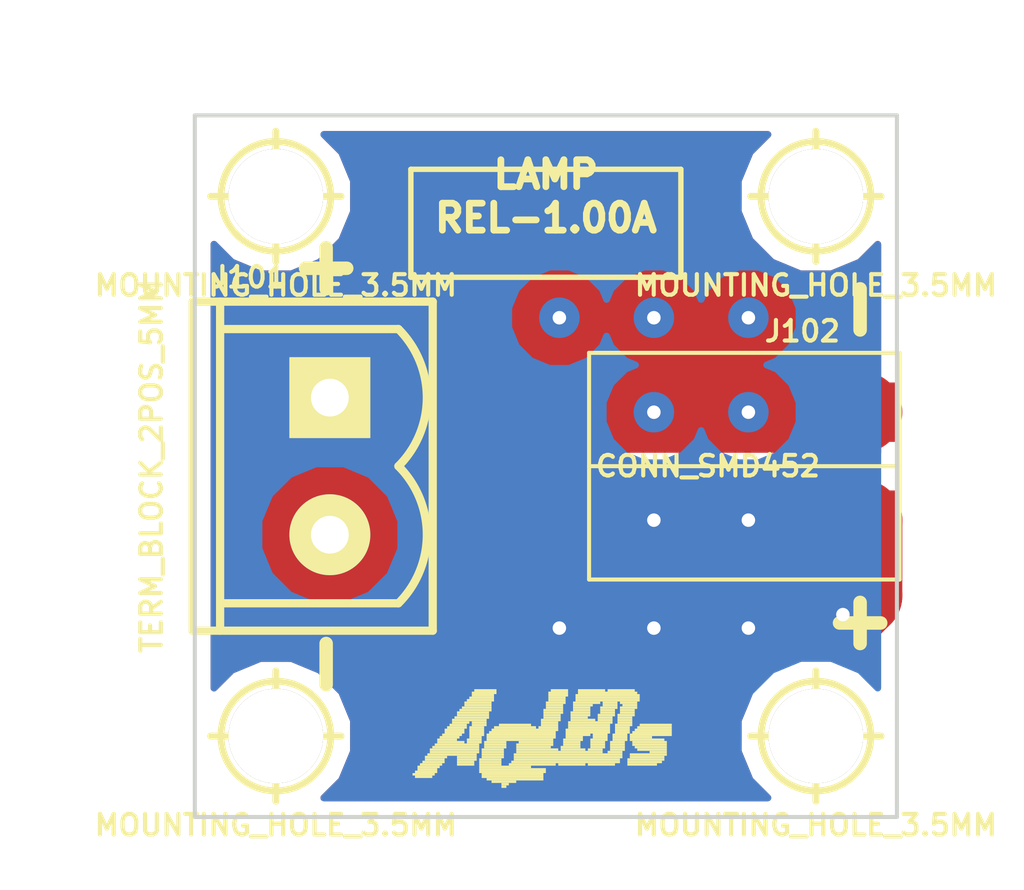
<source format=kicad_pcb>
(kicad_pcb (version 3) (host pcbnew "(2013-mar-13)-testing")

  (general
    (links 4)
    (no_connects 0)
    (area 143.924999 73.924999 170.075001 100.075001)
    (thickness 1.6)
    (drawings 23)
    (tracks 42)
    (zones 0)
    (modules 7)
    (nets 3)
  )

  (page A4)
  (title_block
    (title "LAMP  ::  power board")
    (rev REL-1.00A)
    (company "NBEE Embedded Systems SL")
    (comment 1 "Designed by: Tomé Veríssimo [tomeverissimo@nbee.es]")
    (comment 2 "Approved by: Miguel Angel Ajo Pelayo [+(34)911407752  ::  miguelangel@nbee.es]")
  )

  (layers
    (15 F.Cu signal)
    (0 B.Cu signal)
    (18 B.Paste user)
    (19 F.Paste user)
    (21 F.SilkS user)
    (22 B.Mask user)
    (23 F.Mask user)
    (24 Dwgs.User user)
    (28 Edge.Cuts user)
  )

  (setup
    (last_trace_width 2)
    (trace_clearance 1)
    (zone_clearance 0.508)
    (zone_45_only no)
    (trace_min 0.254)
    (segment_width 0.2)
    (edge_width 0.15)
    (via_size 1.5)
    (via_drill 0.5)
    (via_min_size 0.889)
    (via_min_drill 0.5)
    (uvia_size 0.508)
    (uvia_drill 0.127)
    (uvias_allowed no)
    (uvia_min_size 0.508)
    (uvia_min_drill 0.127)
    (pcb_text_width 0.3)
    (pcb_text_size 1 1)
    (mod_edge_width 0.15)
    (mod_text_size 0.762 0.762)
    (mod_text_width 0.1524)
    (pad_size 3 2.2)
    (pad_drill 0)
    (pad_to_mask_clearance 0)
    (aux_axis_origin 0 0)
    (visible_elements 7FFE7FFF)
    (pcbplotparams
      (layerselection 300711937)
      (usegerberextensions true)
      (excludeedgelayer false)
      (linewidth 0.150000)
      (plotframeref false)
      (viasonmask false)
      (mode 1)
      (useauxorigin false)
      (hpglpennumber 1)
      (hpglpenspeed 20)
      (hpglpendiameter 15)
      (hpglpenoverlay 2)
      (psnegative false)
      (psa4output false)
      (plotreference true)
      (plotvalue false)
      (plotothertext true)
      (plotinvisibletext false)
      (padsonsilk true)
      (subtractmaskfromsilk false)
      (outputformat 1)
      (mirror false)
      (drillshape 0)
      (scaleselection 1)
      (outputdirectory gerbers/))
  )

  (net 0 "")
  (net 1 +12V)
  (net 2 GND)

  (net_class Default "This is the default net class."
    (clearance 1)
    (trace_width 2)
    (via_dia 1.5)
    (via_drill 0.5)
    (uvia_dia 0.508)
    (uvia_drill 0.127)
    (add_net "")
    (add_net +12V)
    (add_net GND)
  )

  (module HOLE_PLATED_3.5MM (layer F.Cu) (tedit 5152084C) (tstamp 5152081E)
    (at 147 97)
    (descr "Hole 3.5mm")
    (path /514F51CA)
    (fp_text reference Z103 (at 0 0) (layer F.SilkS)
      (effects (font (size 0.762 0.762) (thickness 0.1524)))
    )
    (fp_text value MOUNTING_HOLE_3.5MM (at 0 3.302) (layer F.SilkS)
      (effects (font (size 0.762 0.762) (thickness 0.1524)))
    )
    (fp_line (start 0 -2.413) (end 0 2.413) (layer F.SilkS) (width 0.254))
    (fp_line (start -2.413 0) (end 2.413 0) (layer F.SilkS) (width 0.254))
    (fp_circle (center 0 0) (end 2.032 0) (layer F.SilkS) (width 0.254))
    (pad 1 thru_hole circle (at 0 0) (size 3.50012 3.50012) (drill 3.500119)
      (layers *.Cu F.SilkS)
    )
    (model ../models/HOLE_PLATED_3.5MM.wrl
      (at (xyz 0 0 0))
      (scale (xyz 1 1 1))
      (rotate (xyz 0 0 0))
    )
  )

  (module HOLE_PLATED_3.5MM (layer F.Cu) (tedit 5152084E) (tstamp 51520826)
    (at 167 97)
    (descr "Hole 3.5mm")
    (path /514F5243)
    (fp_text reference Z104 (at 0 0) (layer F.SilkS)
      (effects (font (size 0.762 0.762) (thickness 0.1524)))
    )
    (fp_text value MOUNTING_HOLE_3.5MM (at 0 3.302) (layer F.SilkS)
      (effects (font (size 0.762 0.762) (thickness 0.1524)))
    )
    (fp_line (start 0 -2.413) (end 0 2.413) (layer F.SilkS) (width 0.254))
    (fp_line (start -2.413 0) (end 2.413 0) (layer F.SilkS) (width 0.254))
    (fp_circle (center 0 0) (end 2.032 0) (layer F.SilkS) (width 0.254))
    (pad 1 thru_hole circle (at 0 0) (size 3.50012 3.50012) (drill 3.500119)
      (layers *.Cu F.SilkS)
    )
    (model ../models/HOLE_PLATED_3.5MM.wrl
      (at (xyz 0 0 0))
      (scale (xyz 1 1 1))
      (rotate (xyz 0 0 0))
    )
  )

  (module HOLE_PLATED_3.5MM (layer F.Cu) (tedit 51520853) (tstamp 5152082E)
    (at 147 77)
    (descr "Hole 3.5mm")
    (path /514F5260)
    (fp_text reference Z101 (at 0 0) (layer F.SilkS)
      (effects (font (size 0.762 0.762) (thickness 0.1524)))
    )
    (fp_text value MOUNTING_HOLE_3.5MM (at 0 3.302) (layer F.SilkS)
      (effects (font (size 0.762 0.762) (thickness 0.1524)))
    )
    (fp_line (start 0 -2.413) (end 0 2.413) (layer F.SilkS) (width 0.254))
    (fp_line (start -2.413 0) (end 2.413 0) (layer F.SilkS) (width 0.254))
    (fp_circle (center 0 0) (end 2.032 0) (layer F.SilkS) (width 0.254))
    (pad 1 thru_hole circle (at 0 0) (size 3.50012 3.50012) (drill 3.500119)
      (layers *.Cu F.SilkS)
    )
    (model ../models/HOLE_PLATED_3.5MM.wrl
      (at (xyz 0 0 0))
      (scale (xyz 1 1 1))
      (rotate (xyz 0 0 0))
    )
  )

  (module HOLE_PLATED_3.5MM (layer F.Cu) (tedit 51520851) (tstamp 51520836)
    (at 167 77)
    (descr "Hole 3.5mm")
    (path /514F526C)
    (fp_text reference Z102 (at 0 0) (layer F.SilkS)
      (effects (font (size 0.762 0.762) (thickness 0.1524)))
    )
    (fp_text value MOUNTING_HOLE_3.5MM (at 0 3.302) (layer F.SilkS)
      (effects (font (size 0.762 0.762) (thickness 0.1524)))
    )
    (fp_line (start 0 -2.413) (end 0 2.413) (layer F.SilkS) (width 0.254))
    (fp_line (start -2.413 0) (end 2.413 0) (layer F.SilkS) (width 0.254))
    (fp_circle (center 0 0) (end 2.032 0) (layer F.SilkS) (width 0.254))
    (pad 1 thru_hole circle (at 0 0) (size 3.50012 3.50012) (drill 3.500119)
      (layers *.Cu F.SilkS)
    )
    (model ../models/HOLE_PLATED_3.5MM.wrl
      (at (xyz 0 0 0))
      (scale (xyz 1 1 1))
      (rotate (xyz 0 0 0))
    )
  )

  (module CONN_PHOENIX_2,5/2-G-5,08 (layer F.Cu) (tedit 5153706A) (tstamp 51520845)
    (at 149 87 270)
    (descr "Terminal block 2 pins, Phoenix MSTBVA 2,5/2-G-5,08")
    (tags DEV)
    (path /514F50FF)
    (fp_text reference J101 (at -7 3 360) (layer F.SilkS)
      (effects (font (size 0.762 0.762) (thickness 0.1524)))
    )
    (fp_text value TERM_BLOCK_2POS_5MM (at 0 6.604 270) (layer F.SilkS)
      (effects (font (size 0.762 0.762) (thickness 0.1524)))
    )
    (fp_line (start -6.096 5.08) (end 6.096 5.08) (layer F.SilkS) (width 0.3048))
    (fp_line (start 6.096 4.064) (end -6.096 4.064) (layer F.SilkS) (width 0.3048))
    (fp_line (start -6.096 -3.81) (end 6.096 -3.81) (layer F.SilkS) (width 0.3048))
    (fp_line (start -6.096 -3.81) (end -6.096 5.08) (layer F.SilkS) (width 0.3048))
    (fp_line (start 6.096 5.08) (end 6.096 -3.81) (layer F.SilkS) (width 0.3048))
    (fp_arc (start -2.54 0) (end -5.08 -2.54) (angle 90) (layer F.SilkS) (width 0.3048))
    (fp_arc (start 2.54 0) (end 0 -2.54) (angle 90) (layer F.SilkS) (width 0.3048))
    (fp_line (start 5.08 -2.54) (end 5.08 4.064) (layer F.SilkS) (width 0.3048))
    (fp_line (start -5.08 -2.54) (end -5.08 4.064) (layer F.SilkS) (width 0.3048))
    (pad 1 thru_hole rect (at -2.54 0 270) (size 2.99974 2.99974) (drill 1.39954)
      (layers *.Cu *.Mask F.SilkS)
      (net 1 +12V)
    )
    (pad 2 thru_hole circle (at 2.54 0 270) (size 2.99974 2.99974) (drill 1.39954)
      (layers *.Cu *.Mask F.SilkS)
      (net 2 GND)
    )
    (model ../models/CONN_PHOENIX_2,5-2-G-5,08.wrl
      (at (xyz 0 0 0))
      (scale (xyz 1 1 1))
      (rotate (xyz 0 0 0))
    )
  )

  (module AQLEDS_LOGO (layer F.Cu) (tedit 515365AC) (tstamp 515304D9)
    (at 157 97)
    (path /515300AC)
    (attr virtual)
    (fp_text reference Z105 (at 0 0) (layer F.SilkS) hide
      (effects (font (thickness 0.3048)))
    )
    (fp_text value AQLEDS_LOGO (at 0 1.524) (layer F.SilkS) hide
      (effects (font (thickness 0.3048)))
    )
    (pad "" connect rect (at -2.24028 -1.69164) (size 0.82296 0.09144)
      (layers F.SilkS)
      (clearance 0.0254)
    )
    (pad "" connect rect (at 0.50292 -1.69164) (size 0.64008 0.09144)
      (layers F.SilkS)
      (clearance 0.0254)
    )
    (pad "" connect rect (at 1.69164 -1.69164) (size 1.00584 0.09144)
      (layers F.SilkS)
      (clearance 0.0254)
    )
    (pad "" connect rect (at 2.78892 -1.69164) (size 1.00584 0.09144)
      (layers F.SilkS)
      (clearance 0.0254)
    )
    (pad "" connect rect (at -2.286 -1.6002) (size 0.9144 0.09144)
      (layers F.SilkS)
      (clearance 0.0254)
    )
    (pad "" connect rect (at 0.4572 -1.6002) (size 0.73152 0.09144)
      (layers F.SilkS)
      (clearance 0.0254)
    )
    (pad "" connect rect (at 2.286 -1.6002) (size 2.19456 0.09144)
      (layers F.SilkS)
      (clearance 0.0254)
    )
    (pad "" connect rect (at -2.33172 -1.50876) (size 0.82296 0.09144)
      (layers F.SilkS)
      (clearance 0.0254)
    )
    (pad "" connect rect (at 0.4572 -1.50876) (size 0.73152 0.09144)
      (layers F.SilkS)
      (clearance 0.0254)
    )
    (pad "" connect rect (at 2.286 -1.50876) (size 2.37744 0.09144)
      (layers F.SilkS)
      (clearance 0.0254)
    )
    (pad "" connect rect (at -2.37744 -1.41732) (size 0.9144 0.09144)
      (layers F.SilkS)
      (clearance 0.0254)
    )
    (pad "" connect rect (at 0.41148 -1.41732) (size 0.64008 0.09144)
      (layers F.SilkS)
      (clearance 0.0254)
    )
    (pad "" connect rect (at 2.286 -1.41732) (size 2.37744 0.09144)
      (layers F.SilkS)
      (clearance 0.0254)
    )
    (pad "" connect rect (at -2.42316 -1.32588) (size 1.00584 0.09144)
      (layers F.SilkS)
      (clearance 0.0254)
    )
    (pad "" connect rect (at 0.41148 -1.32588) (size 0.64008 0.09144)
      (layers F.SilkS)
      (clearance 0.0254)
    )
    (pad "" connect rect (at 2.286 -1.32588) (size 2.37744 0.09144)
      (layers F.SilkS)
      (clearance 0.0254)
    )
    (pad "" connect rect (at -2.5146 -1.23444) (size 1.00584 0.09144)
      (layers F.SilkS)
      (clearance 0.0254)
    )
    (pad "" connect rect (at 0.36576 -1.23444) (size 0.73152 0.09144)
      (layers F.SilkS)
      (clearance 0.0254)
    )
    (pad "" connect rect (at 1.50876 -1.23444) (size 1.00584 0.09144)
      (layers F.SilkS)
      (clearance 0.0254)
    )
    (pad "" connect rect (at 2.37744 -1.23444) (size 0.54864 0.09144)
      (layers F.SilkS)
      (clearance 0.0254)
    )
    (pad "" connect rect (at 3.06324 -1.23444) (size 0.64008 0.09144)
      (layers F.SilkS)
      (clearance 0.0254)
    )
    (pad "" connect rect (at -2.5146 -1.143) (size 1.00584 0.09144)
      (layers F.SilkS)
      (clearance 0.0254)
    )
    (pad "" connect rect (at 0.32004 -1.143) (size 0.64008 0.09144)
      (layers F.SilkS)
      (clearance 0.0254)
    )
    (pad "" connect rect (at 1.3716 -1.143) (size 0.73152 0.09144)
      (layers F.SilkS)
      (clearance 0.0254)
    )
    (pad "" connect rect (at 2.37744 -1.143) (size 0.54864 0.09144)
      (layers F.SilkS)
      (clearance 0.0254)
    )
    (pad "" connect rect (at 3.10896 -1.143) (size 0.54864 0.09144)
      (layers F.SilkS)
      (clearance 0.0254)
    )
    (pad "" connect rect (at -2.56032 -1.05156) (size 1.09728 0.09144)
      (layers F.SilkS)
      (clearance 0.0254)
    )
    (pad "" connect rect (at 0.32004 -1.05156) (size 0.64008 0.09144)
      (layers F.SilkS)
      (clearance 0.0254)
    )
    (pad "" connect rect (at 1.32588 -1.05156) (size 0.64008 0.09144)
      (layers F.SilkS)
      (clearance 0.0254)
    )
    (pad "" connect rect (at 2.33172 -1.05156) (size 0.64008 0.09144)
      (layers F.SilkS)
      (clearance 0.0254)
    )
    (pad "" connect rect (at 3.06324 -1.05156) (size 0.64008 0.09144)
      (layers F.SilkS)
      (clearance 0.0254)
    )
    (pad "" connect rect (at -2.60604 -0.96012) (size 1.18872 0.09144)
      (layers F.SilkS)
      (clearance 0.0254)
    )
    (pad "" connect rect (at 0.27432 -0.96012) (size 0.73152 0.09144)
      (layers F.SilkS)
      (clearance 0.0254)
    )
    (pad "" connect rect (at 1.32588 -0.96012) (size 0.64008 0.09144)
      (layers F.SilkS)
      (clearance 0.0254)
    )
    (pad "" connect rect (at 2.286 -0.96012) (size 0.54864 0.09144)
      (layers F.SilkS)
      (clearance 0.0254)
    )
    (pad "" connect rect (at 3.01752 -0.96012) (size 0.54864 0.09144)
      (layers F.SilkS)
      (clearance 0.0254)
    )
    (pad "" connect rect (at -2.69748 -0.86868) (size 1.18872 0.09144)
      (layers F.SilkS)
      (clearance 0.0254)
    )
    (pad "" connect rect (at 0.27432 -0.86868) (size 0.73152 0.09144)
      (layers F.SilkS)
      (clearance 0.0254)
    )
    (pad "" connect rect (at 1.28016 -0.86868) (size 0.73152 0.09144)
      (layers F.SilkS)
      (clearance 0.0254)
    )
    (pad "" connect rect (at 2.286 -0.86868) (size 0.54864 0.09144)
      (layers F.SilkS)
      (clearance 0.0254)
    )
    (pad "" connect rect (at 3.01752 -0.86868) (size 0.54864 0.09144)
      (layers F.SilkS)
      (clearance 0.0254)
    )
    (pad "" connect rect (at -2.69748 -0.77724) (size 1.18872 0.09144)
      (layers F.SilkS)
      (clearance 0.0254)
    )
    (pad "" connect rect (at 0.2286 -0.77724) (size 0.64008 0.09144)
      (layers F.SilkS)
      (clearance 0.0254)
    )
    (pad "" connect rect (at 1.28016 -0.77724) (size 0.73152 0.09144)
      (layers F.SilkS)
      (clearance 0.0254)
    )
    (pad "" connect rect (at 2.24028 -0.77724) (size 0.64008 0.09144)
      (layers F.SilkS)
      (clearance 0.0254)
    )
    (pad "" connect rect (at 2.9718 -0.77724) (size 0.64008 0.09144)
      (layers F.SilkS)
      (clearance 0.0254)
    )
    (pad "" connect rect (at -2.7432 -0.6858) (size 1.28016 0.09144)
      (layers F.SilkS)
      (clearance 0.0254)
    )
    (pad "" connect rect (at 0.2286 -0.6858) (size 0.64008 0.09144)
      (layers F.SilkS)
      (clearance 0.0254)
    )
    (pad "" connect rect (at 1.23444 -0.6858) (size 0.64008 0.09144)
      (layers F.SilkS)
      (clearance 0.0254)
    )
    (pad "" connect rect (at 2.19456 -0.6858) (size 0.54864 0.09144)
      (layers F.SilkS)
      (clearance 0.0254)
    )
    (pad "" connect rect (at 2.92608 -0.6858) (size 0.54864 0.09144)
      (layers F.SilkS)
      (clearance 0.0254)
    )
    (pad "" connect rect (at -2.83464 -0.59436) (size 1.28016 0.09144)
      (layers F.SilkS)
      (clearance 0.0254)
    )
    (pad "" connect rect (at 0.18288 -0.59436) (size 0.73152 0.09144)
      (layers F.SilkS)
      (clearance 0.0254)
    )
    (pad "" connect rect (at 1.3716 -0.59436) (size 0.9144 0.09144)
      (layers F.SilkS)
      (clearance 0.0254)
    )
    (pad "" connect rect (at 2.19456 -0.59436) (size 0.54864 0.09144)
      (layers F.SilkS)
      (clearance 0.0254)
    )
    (pad "" connect rect (at 2.92608 -0.59436) (size 0.54864 0.09144)
      (layers F.SilkS)
      (clearance 0.0254)
    )
    (pad "" connect rect (at -3.15468 -0.50292) (size 0.64008 0.09144)
      (layers F.SilkS)
      (clearance 0.0254)
    )
    (pad "" connect rect (at -2.46888 -0.50292) (size 0.54864 0.09144)
      (layers F.SilkS)
      (clearance 0.0254)
    )
    (pad "" connect rect (at 0.13716 -0.50292) (size 0.64008 0.09144)
      (layers F.SilkS)
      (clearance 0.0254)
    )
    (pad "" connect rect (at 1.64592 -0.50292) (size 1.64592 0.09144)
      (layers F.SilkS)
      (clearance 0.0254)
    )
    (pad "" connect rect (at 2.92608 -0.50292) (size 0.54864 0.09144)
      (layers F.SilkS)
      (clearance 0.0254)
    )
    (pad "" connect rect (at -3.24612 -0.41148) (size 0.64008 0.09144)
      (layers F.SilkS)
      (clearance 0.0254)
    )
    (pad "" connect rect (at -2.46888 -0.41148) (size 0.54864 0.09144)
      (layers F.SilkS)
      (clearance 0.0254)
    )
    (pad "" connect rect (at -1.143 -0.41148) (size 1.18872 0.09144)
      (layers F.SilkS)
      (clearance 0.0254)
    )
    (pad "" connect rect (at 0.13716 -0.41148) (size 0.64008 0.09144)
      (layers F.SilkS)
      (clearance 0.0254)
    )
    (pad "" connect rect (at 1.6002 -0.41148) (size 1.55448 0.09144)
      (layers F.SilkS)
      (clearance 0.0254)
    )
    (pad "" connect rect (at 2.88036 -0.41148) (size 0.64008 0.09144)
      (layers F.SilkS)
      (clearance 0.0254)
    )
    (pad "" connect rect (at 4.06908 -0.41148) (size 1.18872 0.09144)
      (layers F.SilkS)
      (clearance 0.0254)
    )
    (pad "" connect rect (at -3.29184 -0.32004) (size 0.73152 0.09144)
      (layers F.SilkS)
      (clearance 0.0254)
    )
    (pad "" connect rect (at -2.56032 -0.32004) (size 0.54864 0.09144)
      (layers F.SilkS)
      (clearance 0.0254)
    )
    (pad "" connect rect (at -1.143 -0.32004) (size 1.55448 0.09144)
      (layers F.SilkS)
      (clearance 0.0254)
    )
    (pad "" connect rect (at 0.09144 -0.32004) (size 0.73152 0.09144)
      (layers F.SilkS)
      (clearance 0.0254)
    )
    (pad "" connect rect (at 1.6002 -0.32004) (size 1.55448 0.09144)
      (layers F.SilkS)
      (clearance 0.0254)
    )
    (pad "" connect rect (at 2.83464 -0.32004) (size 0.54864 0.09144)
      (layers F.SilkS)
      (clearance 0.0254)
    )
    (pad "" connect rect (at 4.02336 -0.32004) (size 1.28016 0.09144)
      (layers F.SilkS)
      (clearance 0.0254)
    )
    (pad "" connect rect (at -3.38328 -0.2286) (size 0.73152 0.09144)
      (layers F.SilkS)
      (clearance 0.0254)
    )
    (pad "" connect rect (at -2.56032 -0.2286) (size 0.54864 0.09144)
      (layers F.SilkS)
      (clearance 0.0254)
    )
    (pad "" connect rect (at -0.77724 -0.2286) (size 2.46888 0.09144)
      (layers F.SilkS)
      (clearance 0.0254)
    )
    (pad "" connect rect (at 1.55448 -0.2286) (size 1.64592 0.09144)
      (layers F.SilkS)
      (clearance 0.0254)
    )
    (pad "" connect rect (at 2.83464 -0.2286) (size 0.54864 0.09144)
      (layers F.SilkS)
      (clearance 0.0254)
    )
    (pad "" connect rect (at 3.97764 -0.2286) (size 1.3716 0.09144)
      (layers F.SilkS)
      (clearance 0.0254)
    )
    (pad "" connect rect (at -3.38328 -0.13716) (size 0.73152 0.09144)
      (layers F.SilkS)
      (clearance 0.0254)
    )
    (pad "" connect rect (at -2.56032 -0.13716) (size 0.54864 0.09144)
      (layers F.SilkS)
      (clearance 0.0254)
    )
    (pad "" connect rect (at -0.86868 -0.13716) (size 2.46888 0.09144)
      (layers F.SilkS)
      (clearance 0.0254)
    )
    (pad "" connect rect (at 1.55448 -0.13716) (size 1.64592 0.09144)
      (layers F.SilkS)
      (clearance 0.0254)
    )
    (pad "" connect rect (at 2.83464 -0.13716) (size 0.54864 0.09144)
      (layers F.SilkS)
      (clearance 0.0254)
    )
    (pad "" connect rect (at 3.93192 -0.13716) (size 1.46304 0.09144)
      (layers F.SilkS)
      (clearance 0.0254)
    )
    (pad "" connect rect (at -3.47472 -0.04572) (size 0.73152 0.09144)
      (layers F.SilkS)
      (clearance 0.0254)
    )
    (pad "" connect rect (at -2.56032 -0.04572) (size 0.54864 0.09144)
      (layers F.SilkS)
      (clearance 0.0254)
    )
    (pad "" connect rect (at -0.9144 -0.04572) (size 2.56032 0.09144)
      (layers F.SilkS)
      (clearance 0.0254)
    )
    (pad "" connect rect (at 1.18872 -0.04572) (size 0.9144 0.09144)
      (layers F.SilkS)
      (clearance 0.0254)
    )
    (pad "" connect rect (at 2.01168 -0.04572) (size 0.54864 0.09144)
      (layers F.SilkS)
      (clearance 0.0254)
    )
    (pad "" connect rect (at 2.7432 -0.04572) (size 0.54864 0.09144)
      (layers F.SilkS)
      (clearance 0.0254)
    )
    (pad "" connect rect (at 3.8862 -0.04572) (size 1.55448 0.09144)
      (layers F.SilkS)
      (clearance 0.0254)
    )
    (pad "" connect rect (at -3.56616 0.04572) (size 0.73152 0.09144)
      (layers F.SilkS)
      (clearance 0.0254)
    )
    (pad "" connect rect (at -2.60604 0.04572) (size 0.4572 0.09144)
      (layers F.SilkS)
      (clearance 0.0254)
    )
    (pad "" connect rect (at -0.9144 0.04572) (size 2.56032 0.09144)
      (layers F.SilkS)
      (clearance 0.0254)
    )
    (pad "" connect rect (at 1.05156 0.04572) (size 0.64008 0.09144)
      (layers F.SilkS)
      (clearance 0.0254)
    )
    (pad "" connect rect (at 2.01168 0.04572) (size 0.54864 0.09144)
      (layers F.SilkS)
      (clearance 0.0254)
    )
    (pad "" connect rect (at 2.7432 0.04572) (size 0.54864 0.09144)
      (layers F.SilkS)
      (clearance 0.0254)
    )
    (pad "" connect rect (at 3.52044 0.04572) (size 0.82296 0.09144)
      (layers F.SilkS)
      (clearance 0.0254)
    )
    (pad "" connect rect (at -3.6576 0.13716) (size 0.73152 0.09144)
      (layers F.SilkS)
      (clearance 0.0254)
    )
    (pad "" connect rect (at -2.65176 0.13716) (size 0.54864 0.09144)
      (layers F.SilkS)
      (clearance 0.0254)
    )
    (pad "" connect rect (at -0.96012 0.13716) (size 2.46888 0.09144)
      (layers F.SilkS)
      (clearance 0.0254)
    )
    (pad "" connect rect (at 1.00584 0.13716) (size 0.73152 0.09144)
      (layers F.SilkS)
      (clearance 0.0254)
    )
    (pad "" connect rect (at 1.96596 0.13716) (size 0.64008 0.09144)
      (layers F.SilkS)
      (clearance 0.0254)
    )
    (pad "" connect rect (at 2.7432 0.13716) (size 0.54864 0.09144)
      (layers F.SilkS)
      (clearance 0.0254)
    )
    (pad "" connect rect (at 3.74904 0.13716) (size 1.28016 0.09144)
      (layers F.SilkS)
      (clearance 0.0254)
    )
    (pad "" connect rect (at -3.52044 0.2286) (size 1.00584 0.09144)
      (layers F.SilkS)
      (clearance 0.0254)
    )
    (pad "" connect rect (at -2.65176 0.2286) (size 0.54864 0.09144)
      (layers F.SilkS)
      (clearance 0.0254)
    )
    (pad "" connect rect (at -1.87452 0.2286) (size 0.82296 0.09144)
      (layers F.SilkS)
      (clearance 0.0254)
    )
    (pad "" connect rect (at -0.36576 0.2286) (size 1.28016 0.09144)
      (layers F.SilkS)
      (clearance 0.0254)
    )
    (pad "" connect rect (at 0.96012 0.2286) (size 0.64008 0.09144)
      (layers F.SilkS)
      (clearance 0.0254)
    )
    (pad "" connect rect (at 1.92024 0.2286) (size 0.54864 0.09144)
      (layers F.SilkS)
      (clearance 0.0254)
    )
    (pad "" connect rect (at 2.65176 0.2286) (size 0.54864 0.09144)
      (layers F.SilkS)
      (clearance 0.0254)
    )
    (pad "" connect rect (at 3.84048 0.2286) (size 1.28016 0.09144)
      (layers F.SilkS)
      (clearance 0.0254)
    )
    (pad "" connect rect (at -3.29184 0.32004) (size 1.64592 0.09144)
      (layers F.SilkS)
      (clearance 0.0254)
    )
    (pad "" connect rect (at -1.87452 0.32004) (size 0.82296 0.09144)
      (layers F.SilkS)
      (clearance 0.0254)
    )
    (pad "" connect rect (at -0.41148 0.32004) (size 1.3716 0.09144)
      (layers F.SilkS)
      (clearance 0.0254)
    )
    (pad "" connect rect (at 0.96012 0.32004) (size 0.64008 0.09144)
      (layers F.SilkS)
      (clearance 0.0254)
    )
    (pad "" connect rect (at 1.92024 0.32004) (size 0.54864 0.09144)
      (layers F.SilkS)
      (clearance 0.0254)
    )
    (pad "" connect rect (at 2.65176 0.32004) (size 0.54864 0.09144)
      (layers F.SilkS)
      (clearance 0.0254)
    )
    (pad "" connect rect (at 3.84048 0.32004) (size 1.28016 0.09144)
      (layers F.SilkS)
      (clearance 0.0254)
    )
    (pad "" connect rect (at -3.33756 0.41148) (size 1.73736 0.09144)
      (layers F.SilkS)
      (clearance 0.0254)
    )
    (pad "" connect rect (at -1.87452 0.41148) (size 0.82296 0.09144)
      (layers F.SilkS)
      (clearance 0.0254)
    )
    (pad "" connect rect (at -0.4572 0.41148) (size 1.28016 0.09144)
      (layers F.SilkS)
      (clearance 0.0254)
    )
    (pad "" connect rect (at 0.9144 0.41148) (size 0.73152 0.09144)
      (layers F.SilkS)
      (clearance 0.0254)
    )
    (pad "" connect rect (at 1.92024 0.41148) (size 0.54864 0.09144)
      (layers F.SilkS)
      (clearance 0.0254)
    )
    (pad "" connect rect (at 2.65176 0.41148) (size 0.54864 0.09144)
      (layers F.SilkS)
      (clearance 0.0254)
    )
    (pad "" connect rect (at 3.8862 0.41148) (size 1.18872 0.09144)
      (layers F.SilkS)
      (clearance 0.0254)
    )
    (pad "" connect rect (at -3.38328 0.50292) (size 1.8288 0.09144)
      (layers F.SilkS)
      (clearance 0.0254)
    )
    (pad "" connect rect (at -1.96596 0.50292) (size 0.82296 0.09144)
      (layers F.SilkS)
      (clearance 0.0254)
    )
    (pad "" connect rect (at -0.32004 0.50292) (size 1.55448 0.09144)
      (layers F.SilkS)
      (clearance 0.0254)
    )
    (pad "" connect rect (at 1.00584 0.50292) (size 0.9144 0.09144)
      (layers F.SilkS)
      (clearance 0.0254)
    )
    (pad "" connect rect (at 1.8288 0.50292) (size 0.54864 0.09144)
      (layers F.SilkS)
      (clearance 0.0254)
    )
    (pad "" connect rect (at 2.65176 0.50292) (size 0.54864 0.09144)
      (layers F.SilkS)
      (clearance 0.0254)
    )
    (pad "" connect rect (at 3.93192 0.50292) (size 1.09728 0.09144)
      (layers F.SilkS)
      (clearance 0.0254)
    )
    (pad "" connect rect (at -3.38328 0.59436) (size 1.8288 0.09144)
      (layers F.SilkS)
      (clearance 0.0254)
    )
    (pad "" connect rect (at -1.96596 0.59436) (size 0.82296 0.09144)
      (layers F.SilkS)
      (clearance 0.0254)
    )
    (pad "" connect rect (at 0.50292 0.59436) (size 3.2004 0.09144)
      (layers F.SilkS)
      (clearance 0.0254)
    )
    (pad "" connect rect (at 2.56032 0.59436) (size 0.54864 0.09144)
      (layers F.SilkS)
      (clearance 0.0254)
    )
    (pad "" connect rect (at 4.16052 0.59436) (size 0.64008 0.09144)
      (layers F.SilkS)
      (clearance 0.0254)
    )
    (pad "" connect rect (at -3.47472 0.6858) (size 1.8288 0.09144)
      (layers F.SilkS)
      (clearance 0.0254)
    )
    (pad "" connect rect (at -1.96596 0.6858) (size 0.82296 0.09144)
      (layers F.SilkS)
      (clearance 0.0254)
    )
    (pad "" connect rect (at 0.82296 0.6858) (size 4.02336 0.09144)
      (layers F.SilkS)
      (clearance 0.0254)
    )
    (pad "" connect rect (at 3.79476 0.6858) (size 1.3716 0.09144)
      (layers F.SilkS)
      (clearance 0.0254)
    )
    (pad "" connect rect (at -4.06908 0.77724) (size 0.82296 0.09144)
      (layers F.SilkS)
      (clearance 0.0254)
    )
    (pad "" connect rect (at -2.92608 0.77724) (size 0.73152 0.09144)
      (layers F.SilkS)
      (clearance 0.0254)
    )
    (pad "" connect rect (at -1.96596 0.77724) (size 0.82296 0.09144)
      (layers F.SilkS)
      (clearance 0.0254)
    )
    (pad "" connect rect (at 0.82296 0.77724) (size 4.02336 0.09144)
      (layers F.SilkS)
      (clearance 0.0254)
    )
    (pad "" connect rect (at 3.74904 0.77724) (size 1.28016 0.09144)
      (layers F.SilkS)
      (clearance 0.0254)
    )
    (pad "" connect rect (at -4.1148 0.86868) (size 0.73152 0.09144)
      (layers F.SilkS)
      (clearance 0.0254)
    )
    (pad "" connect rect (at -2.92608 0.86868) (size 0.73152 0.09144)
      (layers F.SilkS)
      (clearance 0.0254)
    )
    (pad "" connect rect (at -2.0574 0.86868) (size 0.82296 0.09144)
      (layers F.SilkS)
      (clearance 0.0254)
    )
    (pad "" connect rect (at 0.77724 0.86868) (size 3.93192 0.09144)
      (layers F.SilkS)
      (clearance 0.0254)
    )
    (pad "" connect rect (at 3.70332 0.86868) (size 1.3716 0.09144)
      (layers F.SilkS)
      (clearance 0.0254)
    )
    (pad "" connect rect (at -4.16052 0.96012) (size 0.82296 0.09144)
      (layers F.SilkS)
      (clearance 0.0254)
    )
    (pad "" connect rect (at -2.9718 0.96012) (size 0.64008 0.09144)
      (layers F.SilkS)
      (clearance 0.0254)
    )
    (pad "" connect rect (at -2.0574 0.96012) (size 0.82296 0.09144)
      (layers F.SilkS)
      (clearance 0.0254)
    )
    (pad "" connect rect (at 0.73152 0.96012) (size 4.02336 0.09144)
      (layers F.SilkS)
      (clearance 0.0254)
    )
    (pad "" connect rect (at 3.6576 0.96012) (size 1.28016 0.09144)
      (layers F.SilkS)
      (clearance 0.0254)
    )
    (pad "" connect rect (at -4.25196 1.05156) (size 0.82296 0.09144)
      (layers F.SilkS)
      (clearance 0.0254)
    )
    (pad "" connect rect (at -2.9718 1.05156) (size 0.64008 0.09144)
      (layers F.SilkS)
      (clearance 0.0254)
    )
    (pad "" connect rect (at -2.0574 1.05156) (size 0.82296 0.09144)
      (layers F.SilkS)
      (clearance 0.0254)
    )
    (pad "" connect rect (at -0.50292 1.05156) (size 1.73736 0.09144)
      (layers F.SilkS)
      (clearance 0.0254)
    )
    (pad "" connect rect (at 0.96012 1.05156) (size 1.00584 0.09144)
      (layers F.SilkS)
      (clearance 0.0254)
    )
    (pad "" connect rect (at 2.0574 1.05156) (size 1.00584 0.09144)
      (layers F.SilkS)
      (clearance 0.0254)
    )
    (pad "" connect rect (at 3.56616 1.05156) (size 1.09728 0.09144)
      (layers F.SilkS)
      (clearance 0.0254)
    )
    (pad "" connect rect (at -4.3434 1.143) (size 0.82296 0.09144)
      (layers F.SilkS)
      (clearance 0.0254)
    )
    (pad "" connect rect (at -1.50876 1.143) (size 1.92024 0.09144)
      (layers F.SilkS)
      (clearance 0.0254)
    )
    (pad "" connect rect (at -4.38912 1.23444) (size 0.73152 0.09144)
      (layers F.SilkS)
      (clearance 0.0254)
    )
    (pad "" connect rect (at -1.23444 1.23444) (size 2.46888 0.09144)
      (layers F.SilkS)
      (clearance 0.0254)
    )
    (pad "" connect rect (at -4.43484 1.32588) (size 0.82296 0.09144)
      (layers F.SilkS)
      (clearance 0.0254)
    )
    (pad "" connect rect (at -1.23444 1.32588) (size 2.46888 0.09144)
      (layers F.SilkS)
      (clearance 0.0254)
    )
    (pad "" connect rect (at -4.52628 1.41732) (size 0.82296 0.09144)
      (layers F.SilkS)
      (clearance 0.0254)
    )
    (pad "" connect rect (at -1.23444 1.41732) (size 2.286 0.09144)
      (layers F.SilkS)
      (clearance 0.0254)
    )
    (pad "" connect rect (at -4.52628 1.50876) (size 0.64008 0.09144)
      (layers F.SilkS)
      (clearance 0.0254)
    )
    (pad "" connect rect (at -1.23444 1.50876) (size 2.286 0.09144)
      (layers F.SilkS)
      (clearance 0.0254)
    )
    (pad "" connect rect (at -1.143 1.6002) (size 2.10312 0.09144)
      (layers F.SilkS)
      (clearance 0.0254)
    )
    (pad "" connect rect (at -1.55448 1.69164) (size 0.9144 0.09144)
      (layers F.SilkS)
      (clearance 0.0254)
    )
    (pad "" connect rect (at -1.50876 1.78308) (size 0.27432 0.09144)
      (layers F.SilkS)
      (clearance 0.0254)
    )
    (pad "" connect rect (at -1.55448 1.87452) (size 0.18288 0.09144)
      (layers F.SilkS)
      (clearance 0.0254)
    )
  )

  (module SMD452 (layer F.Cu) (tedit 51AF0136) (tstamp 5153041F)
    (at 163 87 180)
    (descr "Terminal block 2 pins, Phoenix MSTBVA 2,5/2-G-5,08")
    (tags DEV)
    (path /51530111)
    (solder_paste_margin -0.2)
    (fp_text reference J102 (at -3.5 5 180) (layer F.SilkS)
      (effects (font (size 0.762 0.762) (thickness 0.1524)))
    )
    (fp_text value CONN_SMD452 (at 0 0 180) (layer F.SilkS)
      (effects (font (size 0.762 0.762) (thickness 0.1524)))
    )
    (fp_line (start -7.1 0) (end 4.4 0) (layer F.SilkS) (width 0.15))
    (fp_line (start -7.1 4.2) (end 4.4 4.2) (layer F.SilkS) (width 0.15))
    (fp_line (start 4.4 4.2) (end 4.4 -4.2) (layer F.SilkS) (width 0.15))
    (fp_line (start 4.4 -4.2) (end -7.1 -4.2) (layer F.SilkS) (width 0.15))
    (fp_line (start -7.1 -4.2) (end -7.1 4.2) (layer F.SilkS) (width 0.15))
    (pad 3 smd rect (at -5.7 -2 180) (size 2.6 2.2)
      (layers F.Cu F.Paste F.Mask)
      (net 1 +12V)
    )
    (pad 4 smd rect (at -5.7 2 180) (size 2.6 2.2)
      (layers F.Cu F.Paste F.Mask)
      (net 2 GND)
    )
    (pad 1 smd rect (at 5.5 -2 180) (size 3 2.2)
      (layers F.Cu F.Paste F.Mask)
      (net 1 +12V)
    )
    (pad 2 smd rect (at 5.5 2 180) (size 3 2.2)
      (layers F.Cu F.Paste F.Mask)
      (net 2 GND)
    )
  )

  (gr_text "+        -" (at 149 87 270) (layer F.SilkS)
    (effects (font (size 2 2) (thickness 0.5)))
  )
  (gr_circle (center 147 97) (end 147 95) (layer Dwgs.User) (width 0.2))
  (gr_circle (center 167 97) (end 167 95) (layer Dwgs.User) (width 0.2))
  (gr_circle (center 167 77) (end 167 75) (layer Dwgs.User) (width 0.2))
  (gr_circle (center 147 77) (end 147 75) (layer Dwgs.User) (width 0.2))
  (gr_line (start 170 74) (end 144 74) (angle 90) (layer Dwgs.User) (width 0.2))
  (gr_line (start 170 100) (end 170 74) (angle 90) (layer Dwgs.User) (width 0.2))
  (gr_line (start 144 100) (end 170 100) (angle 90) (layer Dwgs.User) (width 0.2))
  (gr_line (start 144 74) (end 144 100) (angle 90) (layer Dwgs.User) (width 0.2))
  (dimension 20 (width 0.25) (layer Dwgs.User)
    (gr_text "20.000 mm" (at 157 71.000001) (layer Dwgs.User)
      (effects (font (size 1 1) (thickness 0.25)))
    )
    (feature1 (pts (xy 167 77) (xy 167 70.000001)))
    (feature2 (pts (xy 147 77) (xy 147 70.000001)))
    (crossbar (pts (xy 147 72.000001) (xy 167 72.000001)))
    (arrow1a (pts (xy 167 72.000001) (xy 165.873497 72.586421)))
    (arrow1b (pts (xy 167 72.000001) (xy 165.873497 71.413581)))
    (arrow2a (pts (xy 147 72.000001) (xy 148.126503 72.586421)))
    (arrow2b (pts (xy 147 72.000001) (xy 148.126503 71.413581)))
  )
  (dimension 20 (width 0.25) (layer Dwgs.User)
    (gr_text "20.000 mm" (at 172.999999 87 270) (layer Dwgs.User)
      (effects (font (size 1 1) (thickness 0.25)))
    )
    (feature1 (pts (xy 167 97) (xy 173.999999 97)))
    (feature2 (pts (xy 167 77) (xy 173.999999 77)))
    (crossbar (pts (xy 171.999999 77) (xy 171.999999 97)))
    (arrow1a (pts (xy 171.999999 97) (xy 171.413579 95.873497)))
    (arrow1b (pts (xy 171.999999 97) (xy 172.586419 95.873497)))
    (arrow2a (pts (xy 171.999999 77) (xy 171.413579 78.126503)))
    (arrow2b (pts (xy 171.999999 77) (xy 172.586419 78.126503)))
  )
  (dimension 26 (width 0.25) (layer Dwgs.User)
    (gr_text "26.000 mm" (at 157 102.999999) (layer Dwgs.User)
      (effects (font (size 1 1) (thickness 0.25)))
    )
    (feature1 (pts (xy 170 100) (xy 170 103.999999)))
    (feature2 (pts (xy 144 100) (xy 144 103.999999)))
    (crossbar (pts (xy 144 101.999999) (xy 170 101.999999)))
    (arrow1a (pts (xy 170 101.999999) (xy 168.873497 102.586419)))
    (arrow1b (pts (xy 170 101.999999) (xy 168.873497 101.413579)))
    (arrow2a (pts (xy 144 101.999999) (xy 145.126503 102.586419)))
    (arrow2b (pts (xy 144 101.999999) (xy 145.126503 101.413579)))
  )
  (dimension 26 (width 0.25) (layer Dwgs.User)
    (gr_text "26.000 mm" (at 141.000001 87 270) (layer Dwgs.User)
      (effects (font (size 1 1) (thickness 0.25)))
    )
    (feature1 (pts (xy 144 100) (xy 140.000001 100)))
    (feature2 (pts (xy 144 74) (xy 140.000001 74)))
    (crossbar (pts (xy 142.000001 74) (xy 142.000001 100)))
    (arrow1a (pts (xy 142.000001 100) (xy 141.413581 98.873497)))
    (arrow1b (pts (xy 142.000001 100) (xy 142.586421 98.873497)))
    (arrow2a (pts (xy 142.000001 74) (xy 141.413581 75.126503)))
    (arrow2b (pts (xy 142.000001 74) (xy 142.586421 75.126503)))
  )
  (gr_line (start 144 74) (end 170 74) (angle 90) (layer Edge.Cuts) (width 0.15))
  (gr_line (start 144 100) (end 144 74) (angle 90) (layer Edge.Cuts) (width 0.15))
  (gr_line (start 170 100) (end 144 100) (angle 90) (layer Edge.Cuts) (width 0.15))
  (gr_line (start 170 100) (end 170 74) (angle 90) (layer Edge.Cuts) (width 0.15))
  (gr_text "+      -" (at 168.5 87 90) (layer F.SilkS)
    (effects (font (size 2 2) (thickness 0.5)))
  )
  (gr_line (start 162 76) (end 152 76) (angle 90) (layer F.SilkS) (width 0.2))
  (gr_line (start 162 80) (end 162 76) (angle 90) (layer F.SilkS) (width 0.2))
  (gr_line (start 152 80) (end 162 80) (angle 90) (layer F.SilkS) (width 0.2))
  (gr_line (start 152 76) (end 152 80) (angle 90) (layer F.SilkS) (width 0.2))
  (gr_text "LAMP\nREL-1.00A" (at 157 77) (layer F.SilkS)
    (effects (font (size 1 1) (thickness 0.25)))
  )

  (segment (start 149 84.46) (end 152.46 84.46) (width 3) (layer B.Cu) (net 1))
  (segment (start 152.46 84.46) (end 161 93) (width 3) (layer B.Cu) (net 1) (tstamp 51AEF724))
  (segment (start 157.5 89) (end 157.5 89.5) (width 3) (layer F.Cu) (net 1))
  (segment (start 157.5 89.5) (end 161 93) (width 3) (layer F.Cu) (net 1) (tstamp 51AEF716))
  (segment (start 157.5 89) (end 157.5 93) (width 3) (layer F.Cu) (net 1))
  (segment (start 164.5 89) (end 168 92.5) (width 3) (layer F.Cu) (net 1))
  (segment (start 161 89) (end 161 89.5) (width 3) (layer F.Cu) (net 1))
  (segment (start 161 89.5) (end 164.5 93) (width 3) (layer F.Cu) (net 1) (tstamp 51AEF6F8))
  (segment (start 164.5 93) (end 164.5 89) (width 3) (layer F.Cu) (net 1))
  (segment (start 161 93) (end 161 89) (width 3) (layer F.Cu) (net 1))
  (segment (start 168 92.5) (end 165 92.5) (width 3) (layer F.Cu) (net 1))
  (segment (start 165 92.5) (end 164.5 93) (width 3) (layer F.Cu) (net 1) (tstamp 51AEF6DD))
  (segment (start 168.7 89) (end 168.7 91.8) (width 3) (layer F.Cu) (net 1))
  (segment (start 168.7 91.8) (end 168 92.5) (width 3) (layer F.Cu) (net 1) (tstamp 51AEF6CE))
  (via (at 168 92.5) (size 1.5) (layers F.Cu B.Cu) (net 1))
  (segment (start 161 93) (end 164.5 93) (width 3) (layer F.Cu) (net 1))
  (via (at 164.5 93) (size 1.5) (layers F.Cu B.Cu) (net 1))
  (segment (start 157.5 93) (end 161 93) (width 3) (layer F.Cu) (net 1))
  (via (at 161 93) (size 1.5) (layers F.Cu B.Cu) (net 1))
  (via (at 164.5 89) (size 1.5) (layers F.Cu B.Cu) (net 1))
  (via (at 161 89) (size 1.5) (layers F.Cu B.Cu) (net 1))
  (segment (start 157.5 89) (end 161 89) (width 3) (layer F.Cu) (net 1))
  (segment (start 161 89) (end 164.5 89) (width 3) (layer F.Cu) (net 1) (tstamp 51AEF689))
  (segment (start 164.5 89) (end 168.7 89) (width 3) (layer F.Cu) (net 1) (tstamp 51AEF68E))
  (via (at 157.5 93) (size 1.5) (layers F.Cu B.Cu) (net 1))
  (segment (start 157.5 89) (end 157.5 89) (width 3) (layer F.Cu) (net 1))
  (via (at 164.5 81.5) (size 1.5) (layers F.Cu B.Cu) (net 2))
  (segment (start 164.5 85) (end 164.5 81.5) (width 3) (layer F.Cu) (net 2))
  (segment (start 168.7 85) (end 164.5 85) (width 3) (layer F.Cu) (net 2))
  (segment (start 161 85) (end 161 81.5) (width 3) (layer F.Cu) (net 2))
  (via (at 161 81.5) (size 1.5) (layers F.Cu B.Cu) (net 2))
  (segment (start 157.5 85) (end 157.5 81.5) (width 3) (layer F.Cu) (net 2))
  (via (at 157.5 81.5) (size 1.5) (layers F.Cu B.Cu) (net 2))
  (via (at 161 85) (size 1.5) (layers F.Cu B.Cu) (net 2))
  (segment (start 157.5 85) (end 161 85) (width 3) (layer F.Cu) (net 2))
  (segment (start 161 85) (end 164.5 85) (width 3) (layer F.Cu) (net 2) (tstamp 51AEF6A1))
  (via (at 164.5 85) (size 1.5) (layers F.Cu B.Cu) (net 2))
  (segment (start 157.5 85) (end 153.5 85) (width 3) (layer F.Cu) (net 2))
  (segment (start 151.96 89.54) (end 153.25 88.25) (width 3) (layer F.Cu) (net 2) (tstamp 51563C71))
  (segment (start 151.96 89.54) (end 149 89.54) (width 3) (layer F.Cu) (net 2))
  (segment (start 153.25 85.25) (end 153.25 88.25) (width 3) (layer F.Cu) (net 2) (tstamp 51563C9A))
  (segment (start 153.5 85) (end 153.25 85.25) (width 3) (layer F.Cu) (net 2) (tstamp 51563C95))

  (zone (net 2) (net_name GND) (layer F.Cu) (tstamp 51563B3B) (hatch edge 0.508)
    (connect_pads yes (clearance 0.508))
    (min_thickness 0.254)
    (fill (arc_segments 16) (thermal_gap 0.508) (thermal_bridge_width 0.508))
    (polygon
      (pts
        (xy 170.5 100.5) (xy 143.5 100.5) (xy 143.5 73.5) (xy 170.5 73.5)
      )
    )
    (filled_polygon
      (pts
        (xy 169.29 86.490358) (xy 168.7 86.373) (xy 164.500005 86.373) (xy 164.5 86.372999) (xy 164.499994 86.373)
        (xy 161 86.373) (xy 157.5 86.373) (xy 156.494691 86.572968) (xy 156.195321 86.773) (xy 155.775826 86.773)
        (xy 155.361606 86.944575) (xy 155.044576 87.261606) (xy 154.873 87.675826) (xy 154.873 88.124174) (xy 154.873 89)
        (xy 154.873 89.499994) (xy 154.872999 89.5) (xy 154.873 89.500005) (xy 154.873 90.324174) (xy 154.873 93)
        (xy 155.072968 94.005309) (xy 155.64243 94.85757) (xy 156.494691 95.427032) (xy 157.5 95.627) (xy 161 95.627)
        (xy 164.454884 95.627) (xy 164.12344 96.425207) (xy 164.122442 97.569772) (xy 164.559525 98.627595) (xy 165.220775 99.29)
        (xy 151.62687 99.29) (xy 151.62687 86.184044) (xy 151.62687 85.735696) (xy 151.62687 82.735956) (xy 151.455295 82.321736)
        (xy 151.138264 82.004706) (xy 150.724044 81.83313) (xy 150.275696 81.83313) (xy 147.275956 81.83313) (xy 146.861736 82.004705)
        (xy 146.544706 82.321736) (xy 146.37313 82.735956) (xy 146.37313 83.184304) (xy 146.37313 86.184044) (xy 146.544705 86.598264)
        (xy 146.861736 86.915294) (xy 147.275956 87.08687) (xy 147.724304 87.08687) (xy 150.724044 87.08687) (xy 151.138264 86.915295)
        (xy 151.455294 86.598264) (xy 151.62687 86.184044) (xy 151.62687 99.29) (xy 148.778332 99.29) (xy 149.437631 98.631851)
        (xy 149.87656 97.574793) (xy 149.877558 96.430228) (xy 149.440475 95.372405) (xy 148.631851 94.562369) (xy 147.574793 94.12344)
        (xy 146.430228 94.122442) (xy 145.372405 94.559525) (xy 144.71 95.220775) (xy 144.71 78.778332) (xy 145.368149 79.437631)
        (xy 146.425207 79.87656) (xy 147.569772 79.877558) (xy 148.627595 79.440475) (xy 149.437631 78.631851) (xy 149.87656 77.574793)
        (xy 149.877558 76.430228) (xy 149.440475 75.372405) (xy 148.779224 74.71) (xy 165.221667 74.71) (xy 164.562369 75.368149)
        (xy 164.12344 76.425207) (xy 164.122442 77.569772) (xy 164.559525 78.627595) (xy 165.368149 79.437631) (xy 166.425207 79.87656)
        (xy 167.569772 79.877558) (xy 168.627595 79.440475) (xy 169.29 78.779224) (xy 169.29 86.490358)
      )
    )
  )
  (zone (net 1) (net_name +12V) (layer B.Cu) (tstamp 51563B51) (hatch edge 0.508)
    (connect_pads yes (clearance 0.508))
    (min_thickness 0.254)
    (fill (arc_segments 16) (thermal_gap 0.508) (thermal_bridge_width 0.508))
    (polygon
      (pts
        (xy 171 101) (xy 143 101) (xy 143 73) (xy 171 73)
      )
    )
    (filled_polygon
      (pts
        (xy 169.29 95.221667) (xy 168.631851 94.562369) (xy 167.574793 94.12344) (xy 166.430228 94.122442) (xy 166.377325 94.144301)
        (xy 166.377325 84.62828) (xy 166.092171 83.938154) (xy 165.564624 83.409684) (xy 165.179966 83.24996) (xy 165.561846 83.092171)
        (xy 166.090316 82.564624) (xy 166.376674 81.874996) (xy 166.377325 81.12828) (xy 166.092171 80.438154) (xy 165.564624 79.909684)
        (xy 164.874996 79.623326) (xy 164.12828 79.622675) (xy 163.438154 79.907829) (xy 162.909684 80.435376) (xy 162.74996 80.820033)
        (xy 162.592171 80.438154) (xy 162.064624 79.909684) (xy 161.374996 79.623326) (xy 160.62828 79.622675) (xy 159.938154 79.907829)
        (xy 159.409684 80.435376) (xy 159.24996 80.820033) (xy 159.092171 80.438154) (xy 158.564624 79.909684) (xy 157.874996 79.623326)
        (xy 157.12828 79.622675) (xy 156.438154 79.907829) (xy 155.909684 80.435376) (xy 155.623326 81.125004) (xy 155.622675 81.87172)
        (xy 155.907829 82.561846) (xy 156.435376 83.090316) (xy 157.125004 83.376674) (xy 157.87172 83.377325) (xy 158.561846 83.092171)
        (xy 159.090316 82.564624) (xy 159.250039 82.179966) (xy 159.407829 82.561846) (xy 159.935376 83.090316) (xy 160.320033 83.250039)
        (xy 159.938154 83.407829) (xy 159.409684 83.935376) (xy 159.123326 84.625004) (xy 159.122675 85.37172) (xy 159.407829 86.061846)
        (xy 159.935376 86.590316) (xy 160.625004 86.876674) (xy 161.37172 86.877325) (xy 162.061846 86.592171) (xy 162.590316 86.064624)
        (xy 162.750039 85.679966) (xy 162.907829 86.061846) (xy 163.435376 86.590316) (xy 164.125004 86.876674) (xy 164.87172 86.877325)
        (xy 165.561846 86.592171) (xy 166.090316 86.064624) (xy 166.376674 85.374996) (xy 166.377325 84.62828) (xy 166.377325 94.144301)
        (xy 165.372405 94.559525) (xy 164.562369 95.368149) (xy 164.12344 96.425207) (xy 164.122442 97.569772) (xy 164.559525 98.627595)
        (xy 165.220775 99.29) (xy 151.627325 99.29) (xy 151.627325 89.019776) (xy 151.22825 88.053942) (xy 150.489945 87.314347)
        (xy 149.524809 86.913587) (xy 148.479776 86.912675) (xy 147.513942 87.31175) (xy 146.774347 88.050055) (xy 146.373587 89.015191)
        (xy 146.372675 90.060224) (xy 146.77175 91.026058) (xy 147.510055 91.765653) (xy 148.475191 92.166413) (xy 149.520224 92.167325)
        (xy 150.486058 91.76825) (xy 151.225653 91.029945) (xy 151.626413 90.064809) (xy 151.627325 89.019776) (xy 151.627325 99.29)
        (xy 148.778332 99.29) (xy 149.437631 98.631851) (xy 149.87656 97.574793) (xy 149.877558 96.430228) (xy 149.440475 95.372405)
        (xy 148.631851 94.562369) (xy 147.574793 94.12344) (xy 146.430228 94.122442) (xy 145.372405 94.559525) (xy 144.71 95.220775)
        (xy 144.71 78.778332) (xy 145.368149 79.437631) (xy 146.425207 79.87656) (xy 147.569772 79.877558) (xy 148.627595 79.440475)
        (xy 149.437631 78.631851) (xy 149.87656 77.574793) (xy 149.877558 76.430228) (xy 149.440475 75.372405) (xy 148.779224 74.71)
        (xy 165.221667 74.71) (xy 164.562369 75.368149) (xy 164.12344 76.425207) (xy 164.122442 77.569772) (xy 164.559525 78.627595)
        (xy 165.368149 79.437631) (xy 166.425207 79.87656) (xy 167.569772 79.877558) (xy 168.627595 79.440475) (xy 169.29 78.779224)
        (xy 169.29 95.221667)
      )
    )
  )
)

</source>
